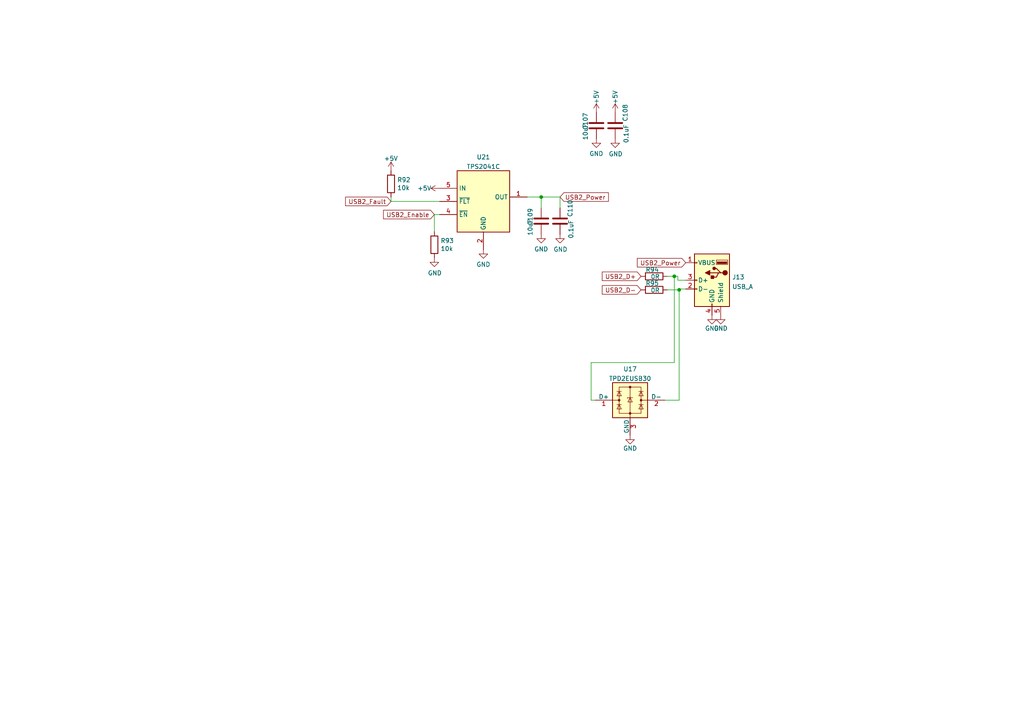
<source format=kicad_sch>
(kicad_sch (version 20211123) (generator eeschema)
  (paper "A4")
  (lib_symbols
    (symbol "Connector:USB_A" (pin_names (offset 1.016))
      (property "Reference" "J" (at -5.08 11.43 0))
      (property "Value" "USB_A" (at -5.08 8.89 0))
      (symbol "USB_A_0_1"
        (rectangle (start -5.08 -7.62) (end 5.08 7.62) (stroke (width 0.254)) (fill (type background)))
        (circle (center -3.81 2.159) (radius 0.635) (stroke (width 0.254)) (fill (type outline)))
        (rectangle (start -1.524 4.826) (end -4.318 5.334) (fill (type outline)))
        (rectangle (start -1.27 4.572) (end -4.572 5.842))
        (circle (center -0.635 3.429) (radius 0.381) (stroke (width 0.254)) (fill (type outline)))
        (rectangle (start -0.127 -7.62) (end 0.127 -6.858))
        (polyline (pts (xy -3.175 2.159) (xy -2.54 2.159) (xy -1.27 3.429) (xy -0.635 3.429)) (stroke (width 0.254)))
        (polyline (pts (xy -2.54 2.159) (xy -1.905 2.159) (xy -1.27 0.889) (xy 0 0.889)) (stroke (width 0.254)))
        (polyline (pts (xy 0.635 2.794) (xy 0.635 1.524) (xy 1.905 2.159) (xy 0.635 2.794)) (stroke (width 0.254)) (fill (type outline)))
        (rectangle (start 0.254 1.27) (end -0.508 0.508) (stroke (width 0.254)) (fill (type outline)))
        (rectangle (start 5.08 -2.667) (end 4.318 -2.413))
        (rectangle (start 5.08 -0.127) (end 4.318 0.127))
        (rectangle (start 5.08 4.953) (end 4.318 5.207))
      )
      (symbol "USB_A_1_1"
        (polyline (pts (xy -1.905 2.159) (xy 0.635 2.159)) (stroke (width 0.254)))
        (pin power_in line (at 7.62 5.08 180) (length 2.54) (name "VBUS") (number "1"))
        (pin bidirectional line (at 7.62 -2.54 180) (length 2.54) (name "D-") (number "2"))
        (pin bidirectional line (at 7.62 0 180) (length 2.54) (name "D+") (number "3"))
        (pin power_in line (at 0 -10.16 90) (length 2.54) (name "GND") (number "4"))
        (pin passive line (at -2.54 -10.16 90) (length 2.54) (name "Shield") (number "5"))
      )
    )
    (symbol "Device:C" (pin_numbers hide) (pin_names (offset 0.254))
      (property "Reference" "C" (at 0.635 2.54 0))
      (property "Value" "C" (at 0.635 -2.54 0))
      (symbol "C_0_1"
        (polyline (pts (xy -2.032 -0.762) (xy 2.032 -0.762)) (stroke (width 0.508)))
        (polyline (pts (xy -2.032 0.762) (xy 2.032 0.762)) (stroke (width 0.508)))
      )
      (symbol "C_1_1"
        (pin passive line (at 0 3.81 270) (length 2.794) (name "~") (number "1"))
        (pin passive line (at 0 -3.81 90) (length 2.794) (name "~") (number "2"))
      )
    )
    (symbol "Device:R" (pin_numbers hide) (pin_names (offset 0))
      (property "Reference" "R" (at 2.032 0 90))
      (property "Value" "R" (at 0 0 90))
      (symbol "R_0_1"
        (rectangle (start -1.016 -2.54) (end 1.016 2.54) (stroke (width 0.254)))
      )
      (symbol "R_1_1"
        (pin passive line (at 0 3.81 270) (length 1.27) (name "~") (number "1"))
        (pin passive line (at 0 -3.81 90) (length 1.27) (name "~") (number "2"))
      )
    )
    (symbol "Power_Protection:TPD2EUSB30" (pin_names (offset 0))
      (property "Reference" "U" (at 0 6.35 0))
      (property "Value" "TPD2EUSB30" (at 7.62 -7.62 0))
      (symbol "TPD2EUSB30_0_1"
        (rectangle (start -5.08 5.08) (end 5.08 -5.08) (stroke (width 0.254)) (fill (type background)))
        (circle (center -3.175 0) (radius 0.2794) (fill (type outline)))
        (rectangle (start -3.175 3.81) (end 3.175 -3.81))
        (circle (center 0 -3.81) (radius 0.2794) (fill (type outline)))
        (polyline (pts (xy -5.08 0) (xy -3.175 0)))
        (polyline (pts (xy -3.81 -1.27) (xy -2.54 -1.27)))
        (polyline (pts (xy -3.81 2.54) (xy -2.54 2.54)))
        (polyline (pts (xy 0 3.81) (xy 0 -5.08)))
        (polyline (pts (xy 2.54 -1.27) (xy 3.81 -1.27)))
        (polyline (pts (xy 2.54 2.54) (xy 3.81 2.54)))
        (polyline (pts (xy 5.08 0) (xy 3.175 0)))
        (polyline (pts (xy 0.762 0.762) (xy -0.762 0.762) (xy -0.762 0.508)))
        (polyline (pts (xy -2.54 -2.54) (xy -3.81 -2.54) (xy -3.175 -1.27) (xy -2.54 -2.54)))
        (polyline (pts (xy -2.54 1.27) (xy -3.81 1.27) (xy -3.175 2.54) (xy -2.54 1.27)))
        (polyline (pts (xy 0.635 -0.508) (xy -0.635 -0.508) (xy 0 0.762) (xy 0.635 -0.508)))
        (polyline (pts (xy 3.81 -2.54) (xy 2.54 -2.54) (xy 3.175 -1.27) (xy 3.81 -2.54)))
        (polyline (pts (xy 3.81 1.27) (xy 2.54 1.27) (xy 3.175 2.54) (xy 3.81 1.27)))
        (circle (center 0 3.81) (radius 0.2794) (fill (type outline)))
        (circle (center 3.175 0) (radius 0.2794) (fill (type outline)))
      )
      (symbol "TPD2EUSB30_1_1"
        (pin passive line (at -10.16 0 0) (length 5.08) (name "D+") (number "1"))
        (pin passive line (at 10.16 0 180) (length 5.08) (name "D-") (number "2"))
        (pin passive line (at 0 -10.16 90) (length 5.08) (name "GND") (number "3"))
      )
    )
    (symbol "Symbols:TPS2041C"
      (property "Reference" "U" (at 0 10.16 0))
      (property "Value" "TPS2041C" (at 0 12.7 0))
      (symbol "TPS2041C_0_1"
        (rectangle (start -7.62 8.89) (end 7.62 -8.89) (stroke (width 0.254)) (fill (type background)))
      )
      (symbol "TPS2041C_1_1"
        (pin power_out line (at 12.7 1.27 180) (length 5.08) (name "OUT") (number "1"))
        (pin power_in line (at 0 -13.97 90) (length 5.08) (name "GND") (number "2"))
        (pin open_collector line (at -12.7 0 0) (length 5.08) (name "~{FLT}") (number "3"))
        (pin input line (at -12.7 -3.81 0) (length 5.08) (name "~{EN}") (number "4"))
        (pin power_in line (at -12.7 3.81 0) (length 5.08) (name "IN") (number "5"))
      )
    )
    (symbol "power:+5V" (power) (pin_names (offset 0))
      (property "Value" "+5V" (at 0 3.556 0))
      (symbol "+5V_0_1"
        (polyline (pts (xy -0.762 1.27) (xy 0 2.54)))
        (polyline (pts (xy 0 0) (xy 0 2.54)))
        (polyline (pts (xy 0 2.54) (xy 0.762 1.27)))
      )
      (symbol "+5V_1_1"
        (pin power_in line (at 0 0 90) (length 0) hide (name "+5V") (number "1"))
      )
    )
    (symbol "power:GND" (power) (pin_names (offset 0))
      (property "Value" "GND" (at 0 -3.81 0))
      (symbol "GND_0_1"
        (polyline (pts (xy 0 0) (xy 0 -1.27) (xy 1.27 -1.27) (xy 0 -2.54) (xy -1.27 -1.27) (xy 0 -1.27)))
      )
      (symbol "GND_1_1"
        (pin power_in line (at 0 0 270) (length 0) hide (name "GND") (number "1"))
      )
    )
  )
  (junction (at 195.58 80.137))
  (junction (at 156.972 57.15))
  (junction (at 196.977 84.074))
  (wire (pts (xy 195.58 105.156) (xy 195.58 80.137)))
  (wire (pts (xy 171.45 105.156) (xy 195.58 105.156)))
  (wire (pts (xy 113.411 58.42) (xy 113.411 57.15)))
  (wire (pts (xy 196.596 80.137) (xy 195.58 80.137)))
  (wire (pts (xy 125.984 62.23) (xy 125.984 67.183)))
  (wire (pts (xy 198.882 81.28) (xy 196.596 81.28)))
  (wire (pts (xy 156.972 57.15) (xy 162.433 57.15)))
  (wire (pts (xy 171.45 116.078) (xy 171.45 105.156)))
  (wire (pts (xy 192.913 116.078) (xy 196.977 116.078)))
  (wire (pts (xy 197.358 83.82) (xy 198.882 83.82)))
  (wire (pts (xy 195.58 80.137) (xy 193.548 80.137)))
  (wire (pts (xy 196.977 116.078) (xy 196.977 84.074)))
  (wire (pts (xy 196.977 84.074) (xy 197.358 84.074)))
  (wire (pts (xy 156.972 57.15) (xy 156.972 60.325)))
  (wire (pts (xy 162.433 57.15) (xy 162.433 60.325)))
  (wire (pts (xy 152.908 57.15) (xy 156.972 57.15)))
  (wire (pts (xy 127.508 62.23) (xy 125.984 62.23)))
  (wire (pts (xy 172.593 116.078) (xy 171.45 116.078)))
  (wire (pts (xy 196.596 81.28) (xy 196.596 80.137)))
  (wire (pts (xy 197.358 84.074) (xy 197.358 83.82)))
  (wire (pts (xy 127.508 58.42) (xy 113.411 58.42)))
  (wire (pts (xy 193.548 84.074) (xy 196.977 84.074)))
  (global_label "USB2_D+" (shape input) (at 185.928 80.137 180) (property "Intersheet References" "${INTERSHEET_REFS}" (effects hide)))
  (global_label "USB2_D-" (shape input) (at 185.928 84.074 180) (property "Intersheet References" "${INTERSHEET_REFS}" (effects hide)))
  (global_label "USB2_Power" (shape input) (at 198.882 76.2 180) (property "Intersheet References" "${INTERSHEET_REFS}" (effects hide)))
  (global_label "USB2_Power" (shape input) (at 162.433 57.15 0) (property "Intersheet References" "${INTERSHEET_REFS}" (effects hide)))
  (global_label "USB2_Enable" (shape input) (at 125.984 62.23 180) (property "Intersheet References" "${INTERSHEET_REFS}" (effects hide)))
  (global_label "USB2_Fault" (shape input) (at 113.411 58.42 180) (property "Intersheet References" "${INTERSHEET_REFS}" (effects hide)))
  (symbol (lib_id "power:+5V") (at 178.435 32.639 0) (unit 1)
    (property "Reference" "#PWR0169" (effects hide))
    (property "Value" "+5V" (at 178.435 26.162 90) (effects (justify right)))
  )
  (symbol (lib_id "power:GND") (at 140.208 72.39 0) (unit 1)
    (property "Reference" "#PWR0288" (effects hide))
    (property "Value" "GND" (at 140.208 76.708 0))
  )
  (symbol (lib_id "power:GND") (at 156.972 67.945 0) (unit 1)
    (property "Reference" "#PWR0174" (effects hide))
    (property "Value" "GND" (at 156.972 72.263 0))
  )
  (symbol (lib_id "power:+5V") (at 127.508 54.61 90) (unit 1)
    (property "Reference" "#PWR0173" (effects hide))
    (property "Value" "+5V" (at 121.031 54.61 90) (effects (justify right)))
  )
  (symbol (lib_id "power:GND") (at 206.502 91.44 0) (unit 1)
    (property "Reference" "#PWR037" (effects hide))
    (property "Value" "GND" (at 206.502 95.25 0))
  )
  (symbol (lib_id "power:+5V") (at 172.974 32.639 0) (unit 1)
    (property "Reference" "#PWR0167" (effects hide))
    (property "Value" "+5V" (at 172.974 26.162 90) (effects (justify right)))
  )
  (symbol (lib_id "power:GND") (at 172.974 40.259 0) (unit 1)
    (property "Reference" "#PWR0170" (effects hide))
    (property "Value" "GND" (at 172.974 44.577 0))
  )
  (symbol (lib_id "Device:C") (at 172.974 36.449 180) (unit 1)
    (property "Reference" "C107" (at 169.799 32.639 90) (effects (justify left)))
    (property "Value" "10uF" (at 169.799 35.814 90) (effects (justify left)))
    (property "Footprint" "Capacitor_SMD:C_0805_2012Metric" (effects hide))
  )
  (symbol (lib_id "Device:R") (at 189.738 80.137 90) (unit 1)
    (property "Reference" "R94" (at 191.135 78.232 90) (effects (justify left)))
    (property "Value" "0R" (at 191.389 80.264 90) (effects (justify left)))
    (property "Footprint" "Resistor_SMD:R_0603_1608Metric" (effects hide))
  )
  (symbol (lib_id "power:+5V") (at 113.411 49.53 0) (unit 1)
    (property "Reference" "#PWR0172" (effects hide))
    (property "Value" "+5V" (at 115.443 45.974 0) (effects (justify right)))
  )
  (symbol (lib_id "Device:C") (at 156.972 64.135 180) (unit 1)
    (property "Reference" "C109" (at 153.797 60.325 90) (effects (justify left)))
    (property "Value" "10uF" (at 153.797 63.5 90) (effects (justify left)))
    (property "Footprint" "Capacitor_SMD:C_0805_2012Metric" (effects hide))
  )
  (symbol (lib_id "Device:C") (at 162.433 64.135 0) (unit 1)
    (property "Reference" "C110" (at 165.354 62.9666 90) (effects (justify left)))
    (property "Value" "0.1uF" (at 165.608 69.215 90) (effects (justify left)))
    (property "Footprint" "Capacitor_SMD:C_0603_1608Metric" (effects hide))
  )
  (symbol (lib_id "Device:R") (at 113.411 53.34 0) (unit 1)
    (property "Reference" "R92" (at 115.189 52.1716 0) (effects (justify left)))
    (property "Value" "10k" (at 115.189 54.483 0) (effects (justify left)))
    (property "Footprint" "Resistor_SMD:R_0603_1608Metric" (effects hide))
  )
  (symbol (lib_id "power:GND") (at 182.753 126.238 0) (unit 1)
    (property "Reference" "#PWR0156" (effects hide))
    (property "Value" "GND" (at 182.753 130.048 0))
  )
  (symbol (lib_id "power:GND") (at 162.433 67.945 0) (unit 1)
    (property "Reference" "#PWR0238" (effects hide))
    (property "Value" "GND" (at 162.56 72.3392 0))
  )
  (symbol (lib_id "Device:C") (at 178.435 36.449 0) (unit 1)
    (property "Reference" "C108" (at 181.356 35.2806 90) (effects (justify left)))
    (property "Value" "0.1uF" (at 181.61 41.529 90) (effects (justify left)))
    (property "Footprint" "Capacitor_SMD:C_0603_1608Metric" (effects hide))
  )
  (symbol (lib_id "Symbols:TPS2041C") (at 140.208 58.42 0) (unit 1)
    (property "Reference" "U21" (at 140.208 45.5635 0))
    (property "Value" "TPS2041C" (at 140.208 48.3386 0))
    (property "Footprint" "Package_TO_SOT_SMD:SOT-23-5" (effects hide))
  )
  (symbol (lib_id "Device:R") (at 189.738 84.074 90) (unit 1)
    (property "Reference" "R95" (at 191.135 82.169 90) (effects (justify left)))
    (property "Value" "0R" (at 191.389 84.201 90) (effects (justify left)))
    (property "Footprint" "Resistor_SMD:R_0603_1608Metric" (effects hide))
  )
  (symbol (lib_id "power:GND") (at 178.435 40.259 0) (unit 1)
    (property "Reference" "#PWR0171" (effects hide))
    (property "Value" "GND" (at 178.562 44.6532 0))
  )
  (symbol (lib_id "Connector:USB_A") (at 206.502 81.28 0) (mirror y) (unit 1)
    (property "Reference" "J13" (at 212.344 80.3715 0) (effects (justify right)))
    (property "Value" "USB_A" (at 212.344 83.1466 0) (effects (justify right)))
    (property "Footprint" "Connector_USB:USB_A_Wuerth_614004134726_Horizontal" (effects hide))
    (property "Datasheet" " ~" (effects hide))
  )
  (symbol (lib_id "power:GND") (at 209.042 91.44 0) (unit 1)
    (property "Reference" "#PWR038" (effects hide))
    (property "Value" "GND" (at 209.042 95.25 0))
  )
  (symbol (lib_id "Power_Protection:TPD2EUSB30") (at 182.753 116.078 0) (unit 1)
    (property "Reference" "U17" (at 182.753 107.0315 0))
    (property "Value" "TPD2EUSB30" (at 182.753 109.8066 0))
    (property "Footprint" "Package_TO_SOT_SMD:Texas_DRT-3" (effects hide))
    (property "Datasheet" "http://www.ti.com/lit/ds/symlink/tpd2eusb30a.pdf" (effects hide))
  )
  (symbol (lib_id "power:GND") (at 125.984 74.803 0) (unit 1)
    (property "Reference" "#PWR0289" (effects hide))
    (property "Value" "GND" (at 126.111 79.1972 0))
  )
  (symbol (lib_id "Device:R") (at 125.984 70.993 0) (unit 1)
    (property "Reference" "R93" (at 127.762 69.8246 0) (effects (justify left)))
    (property "Value" "10k" (at 127.762 72.136 0) (effects (justify left)))
    (property "Footprint" "Resistor_SMD:R_0603_1608Metric" (effects hide))
  )
)
</source>
